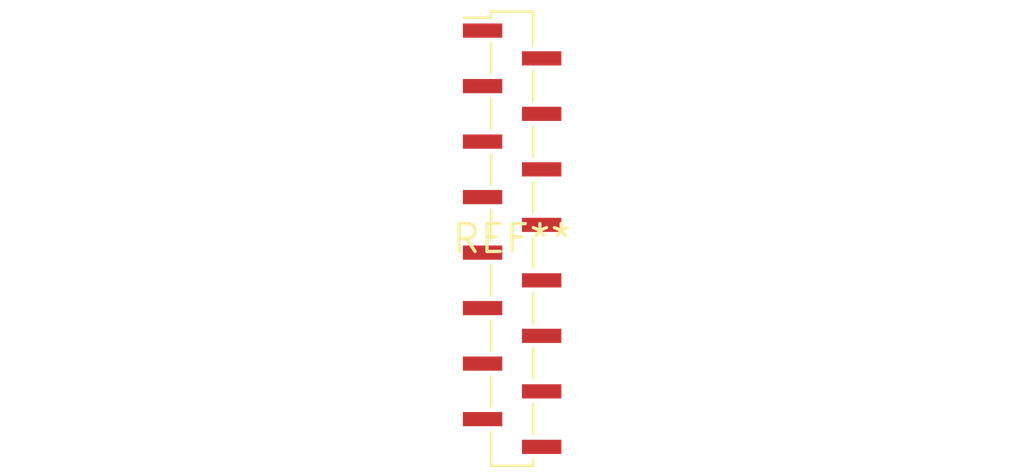
<source format=kicad_pcb>
(kicad_pcb (version 20240108) (generator pcbnew)
  (layers (0 "F.Cu" signal) (31 "B.Cu" signal) (34 "B.Paste" user) (35 "F.Paste" user) (36 "B.SilkS" user "B.Silkscreen") (37 "F.SilkS" user "F.Silkscreen") (38 "B.Mask" user) (39 "F.Mask" user) (44 "Edge.Cuts" user))
  (net 0 "")
  (footprint "PinSocket_1x16_P1.27mm_Vertical_SMD_Pin1Left" (layer "F.Cu") (at 0 0)
    (property "Reference" "REF**")
    (property "Value" "PinSocket_1x16_P1.27mm_Vertical_SMD_Pin1Left")
    (fp_line (start -2.19 -10.11) (end -0.96 -10.11) (layer "F.SilkS") (stroke (width 0.12)))
    (fp_line (start -0.96 -10.395) (end -0.96 -10.11) (layer "F.SilkS") (stroke (width 0.12)))
    (fp_line (start -0.96 -10.395) (end 0.96 -10.395) (layer "F.SilkS") (stroke (width 0.12)))
    (fp_line (start -0.96 -8.94) (end -0.96 -7.57) (layer "F.SilkS") (stroke (width 0.12)))
    (fp_line (start -0.96 -6.4) (end -0.96 -5.03) (layer "F.SilkS") (stroke (width 0.12)))
    (fp_line (start -0.96 -3.86) (end -0.96 -2.49) (layer "F.SilkS") (stroke (width 0.12)))
    (fp_line (start -0.96 -1.32) (end -0.96 0.05) (layer "F.SilkS") (stroke (width 0.12)))
    (fp_line (start -0.96 1.22) (end -0.96 2.59) (layer "F.SilkS") (stroke (width 0.12)))
    (fp_line (start -0.96 3.76) (end -0.96 5.13) (layer "F.SilkS") (stroke (width 0.12)))
    (fp_line (start -0.96 6.3) (end -0.96 7.67) (layer "F.SilkS") (stroke (width 0.12)))
    (fp_line (start -0.96 8.84) (end -0.96 10.395) (layer "F.SilkS") (stroke (width 0.12)))
    (fp_line (start -0.96 10.395) (end 0.96 10.395) (layer "F.SilkS") (stroke (width 0.12)))
    (fp_line (start 0.96 -10.395) (end 0.96 -8.84) (layer "F.SilkS") (stroke (width 0.12)))
    (fp_line (start 0.96 -7.67) (end 0.96 -6.3) (layer "F.SilkS") (stroke (width 0.12)))
    (fp_line (start 0.96 -5.13) (end 0.96 -3.76) (layer "F.SilkS") (stroke (width 0.12)))
    (fp_line (start 0.96 -2.59) (end 0.96 -1.22) (layer "F.SilkS") (stroke (width 0.12)))
    (fp_line (start 0.96 -0.05) (end 0.96 1.32) (layer "F.SilkS") (stroke (width 0.12)))
    (fp_line (start 0.96 2.49) (end 0.96 3.86) (layer "F.SilkS") (stroke (width 0.12)))
    (fp_line (start 0.96 5.03) (end 0.96 6.4) (layer "F.SilkS") (stroke (width 0.12)))
    (fp_line (start 0.96 7.57) (end 0.96 8.94) (layer "F.SilkS") (stroke (width 0.12)))
    (fp_line (start 0.96 10.11) (end 0.96 10.395) (layer "F.SilkS") (stroke (width 0.12)))
    (pad "1" smd rect (at -1.35 -9.525) (size 1.8 0.65) (layers "F.Cu" "F.Paste" "F.Mask"))
    (pad "2" smd rect (at 1.35 -8.255) (size 1.8 0.65) (layers "F.Cu" "F.Paste" "F.Mask"))
    (pad "3" smd rect (at -1.35 -6.985) (size 1.8 0.65) (layers "F.Cu" "F.Paste" "F.Mask"))
    (pad "4" smd rect (at 1.35 -5.715) (size 1.8 0.65) (layers "F.Cu" "F.Paste" "F.Mask"))
    (pad "5" smd rect (at -1.35 -4.445) (size 1.8 0.65) (layers "F.Cu" "F.Paste" "F.Mask"))
    (pad "6" smd rect (at 1.35 -3.175) (size 1.8 0.65) (layers "F.Cu" "F.Paste" "F.Mask"))
    (pad "7" smd rect (at -1.35 -1.905) (size 1.8 0.65) (layers "F.Cu" "F.Paste" "F.Mask"))
    (pad "8" smd rect (at 1.35 -0.635) (size 1.8 0.65) (layers "F.Cu" "F.Paste" "F.Mask"))
    (pad "9" smd rect (at -1.35 0.635) (size 1.8 0.65) (layers "F.Cu" "F.Paste" "F.Mask"))
    (pad "10" smd rect (at 1.35 1.905) (size 1.8 0.65) (layers "F.Cu" "F.Paste" "F.Mask"))
    (pad "11" smd rect (at -1.35 3.175) (size 1.8 0.65) (layers "F.Cu" "F.Paste" "F.Mask"))
    (pad "12" smd rect (at 1.35 4.445) (size 1.8 0.65) (layers "F.Cu" "F.Paste" "F.Mask"))
    (pad "13" smd rect (at -1.35 5.715) (size 1.8 0.65) (layers "F.Cu" "F.Paste" "F.Mask"))
    (pad "14" smd rect (at 1.35 6.985) (size 1.8 0.65) (layers "F.Cu" "F.Paste" "F.Mask"))
    (pad "15" smd rect (at -1.35 8.255) (size 1.8 0.65) (layers "F.Cu" "F.Paste" "F.Mask"))
    (pad "16" smd rect (at 1.35 9.525) (size 1.8 0.65) (layers "F.Cu" "F.Paste" "F.Mask"))
  )
)
</source>
